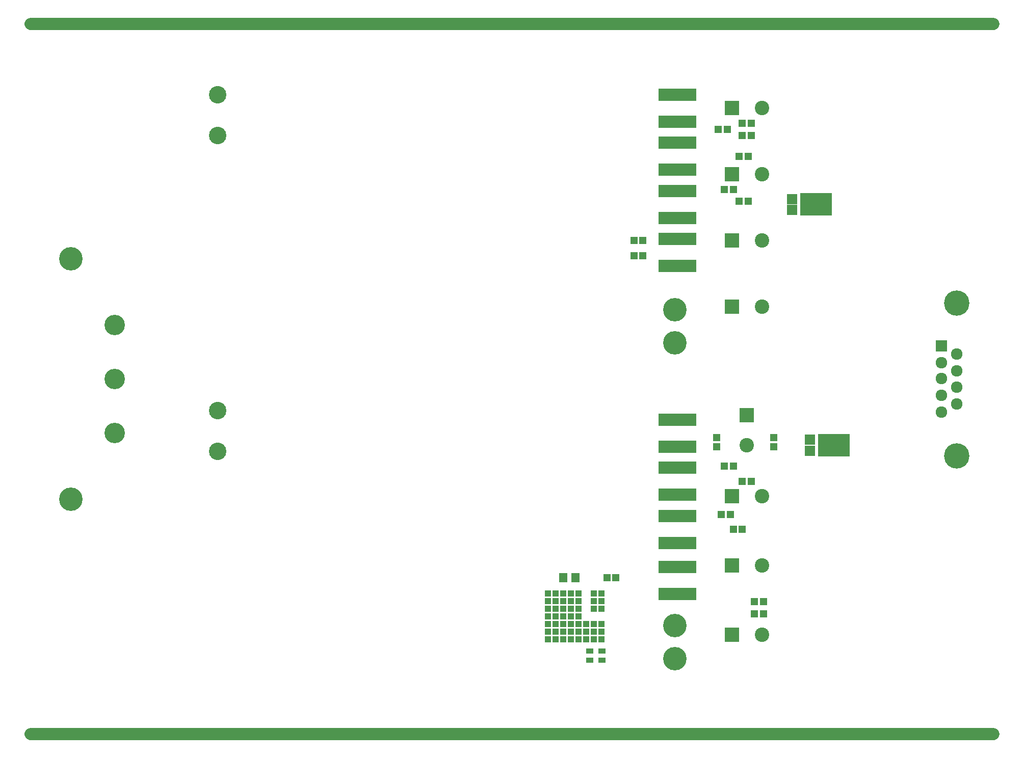
<source format=gbs>
G04 #@! TF.FileFunction,Soldermask,Bot*
%FSLAX46Y46*%
G04 Gerber Fmt 4.6, Leading zero omitted, Abs format (unit mm)*
G04 Created by KiCad (PCBNEW 4.0.7) date 08/06/18 18:31:33*
%MOMM*%
%LPD*%
G01*
G04 APERTURE LIST*
%ADD10C,0.150000*%
%ADD11C,2.000000*%
%ADD12C,3.900000*%
%ADD13C,2.900000*%
%ADD14R,1.200000X1.150000*%
%ADD15R,2.400000X2.400000*%
%ADD16C,2.400000*%
%ADD17R,1.150000X1.200000*%
%ADD18R,1.300000X0.900000*%
%ADD19C,3.400000*%
%ADD20R,1.040000X1.040000*%
%ADD21R,6.300000X2.100000*%
%ADD22R,1.400000X1.650000*%
%ADD23R,1.800000X1.790000*%
%ADD24R,5.260000X3.760000*%
%ADD25C,4.210000*%
%ADD26R,1.920000X1.920000*%
%ADD27C,1.920000*%
G04 APERTURE END LIST*
D10*
D11*
X161000000Y-119000000D02*
X1000000Y-119000000D01*
X161000000Y-1000000D02*
X1000000Y-1000000D01*
D12*
X108060000Y-54000000D03*
D13*
X32060000Y-12750000D03*
X32060000Y-19500000D03*
D12*
X108060000Y-48500000D03*
D14*
X98250000Y-93000000D03*
X96750000Y-93000000D03*
X122750000Y-99000000D03*
X121250000Y-99000000D03*
X101250000Y-37000000D03*
X102750000Y-37000000D03*
D15*
X117500000Y-102500000D03*
D16*
X122500000Y-102500000D03*
D15*
X117500000Y-48000000D03*
D16*
X122500000Y-48000000D03*
D14*
X117250000Y-82500000D03*
X115750000Y-82500000D03*
X117750000Y-28500000D03*
X116250000Y-28500000D03*
D15*
X117500000Y-91000000D03*
D16*
X122500000Y-91000000D03*
D15*
X117500000Y-37000000D03*
D16*
X122500000Y-37000000D03*
D14*
X117750000Y-74500000D03*
X116250000Y-74500000D03*
X120250000Y-23000000D03*
X118750000Y-23000000D03*
D15*
X117500000Y-79500000D03*
D16*
X122500000Y-79500000D03*
D15*
X117500000Y-26000000D03*
D16*
X122500000Y-26000000D03*
D17*
X124500000Y-71250000D03*
X124500000Y-69750000D03*
D14*
X120750000Y-17500000D03*
X119250000Y-17500000D03*
D15*
X120000000Y-66000000D03*
D16*
X120000000Y-71000000D03*
D15*
X117500000Y-15000000D03*
D16*
X122500000Y-15000000D03*
D12*
X108060000Y-106500000D03*
D13*
X32060000Y-65250000D03*
X32060000Y-72000000D03*
D12*
X108060000Y-101000000D03*
D18*
X93900000Y-105250000D03*
X93900000Y-106750000D03*
X95900000Y-105250000D03*
X95900000Y-106750000D03*
D12*
X7700000Y-40000000D03*
D19*
X15000000Y-69000000D03*
X15000000Y-51000000D03*
X15000000Y-60000000D03*
D12*
X7700000Y-80000000D03*
D14*
X122750000Y-97000000D03*
X121250000Y-97000000D03*
X101250000Y-39500000D03*
X102750000Y-39500000D03*
X119250000Y-85000000D03*
X117750000Y-85000000D03*
X120250000Y-30500000D03*
X118750000Y-30500000D03*
X120750000Y-77000000D03*
X119250000Y-77000000D03*
X116750000Y-18500000D03*
X115250000Y-18500000D03*
D17*
X115000000Y-71250000D03*
X115000000Y-69750000D03*
D14*
X120750000Y-19500000D03*
X119250000Y-19500000D03*
D20*
X95845000Y-103310000D03*
X94575000Y-103310000D03*
X93305000Y-103310000D03*
X92035000Y-103310000D03*
X90765000Y-103310000D03*
X89495000Y-103310000D03*
X88225000Y-103310000D03*
X86955000Y-103310000D03*
X95845000Y-102040000D03*
X94575000Y-102040000D03*
X93305000Y-102040000D03*
X92035000Y-102040000D03*
X90765000Y-102040000D03*
X89495000Y-102040000D03*
X88225000Y-102040000D03*
X86955000Y-102040000D03*
X95845000Y-100770000D03*
X94575000Y-100770000D03*
X93305000Y-100770000D03*
X92035000Y-100770000D03*
X90765000Y-100770000D03*
X89495000Y-100770000D03*
X88225000Y-100770000D03*
X86955000Y-100770000D03*
X92035000Y-99500000D03*
X90765000Y-99500000D03*
X89495000Y-99500000D03*
X88225000Y-99500000D03*
X86955000Y-99500000D03*
X95845000Y-98230000D03*
X94575000Y-98230000D03*
X92035000Y-98230000D03*
X90765000Y-98230000D03*
X89495000Y-98230000D03*
X88225000Y-98230000D03*
X86955000Y-98230000D03*
X94575000Y-96960000D03*
X90765000Y-96960000D03*
X92035000Y-96960000D03*
X95845000Y-95690000D03*
X95845000Y-96960000D03*
X94575000Y-95690000D03*
X92035000Y-95690000D03*
X86955000Y-95690000D03*
X88225000Y-95690000D03*
X89495000Y-95690000D03*
X90765000Y-95690000D03*
X89495000Y-96960000D03*
X88225000Y-96960000D03*
X86955000Y-96960000D03*
X86955000Y-95690000D03*
D21*
X108500000Y-91250000D03*
X108500000Y-95750000D03*
X108500000Y-36750000D03*
X108500000Y-41250000D03*
X108500000Y-82750000D03*
X108500000Y-87250000D03*
X108500000Y-28750000D03*
X108500000Y-33250000D03*
X108500000Y-74750000D03*
X108500000Y-79250000D03*
X108500000Y-20750000D03*
X108500000Y-25250000D03*
X108500000Y-66750000D03*
X108500000Y-71250000D03*
X108500000Y-12750000D03*
X108500000Y-17250000D03*
D22*
X89500000Y-93000000D03*
X91500000Y-93000000D03*
D23*
X130518000Y-71920000D03*
D24*
X134500000Y-71000000D03*
D23*
X130518000Y-70080000D03*
X127518000Y-31920000D03*
D24*
X131500000Y-31000000D03*
D23*
X127518000Y-30080000D03*
D25*
X154840000Y-72790000D03*
X154840000Y-47390000D03*
D26*
X152300000Y-54500000D03*
D27*
X152300000Y-57290000D03*
X152300000Y-59960000D03*
X152300000Y-62760000D03*
X152300000Y-65550000D03*
X154840000Y-55900000D03*
X154840000Y-58690000D03*
X154840000Y-61360000D03*
X154840000Y-64150000D03*
M02*

</source>
